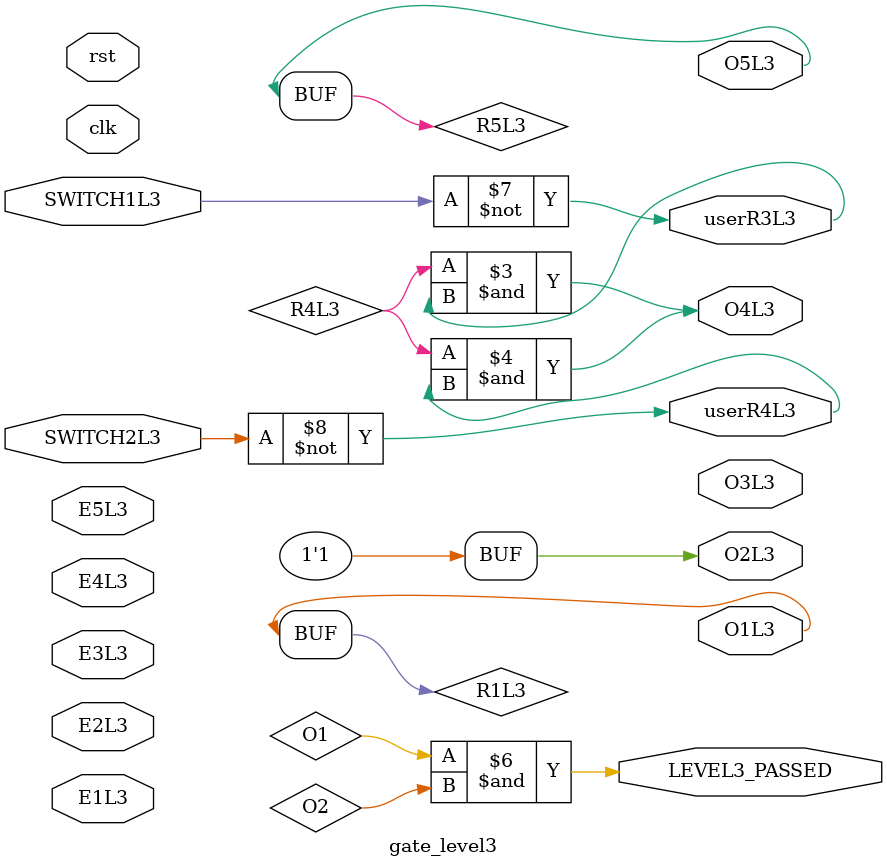
<source format=v>
module lfsr_5bit (
    input clk,    // Clock input
    input rst,    // Reset input
    output reg [4:0] lfsr_out  // 5-bit output
);

    wire feedback;

    // Feedback is taken from bits 5 and 3 (tap positions 4 and 2 in Verilog, 0-indexed)
    assign feedback = ~(lfsr_out[4] ^ lfsr_out[2]); 

    always @(posedge clk or posedge rst) begin
        if (rst) begin
            // On reset, set LFSR to a non-zero seed value
            lfsr_out <= 5'b00001;
        end else begin
            // Shift the LFSR and insert the feedback bit at position 4
            lfsr_out <= {lfsr_out[3:0], feedback};
        end
    end

endmodule

module level1(
    input wire R1, R2, R3, R4, R5,       //R : Random Input bits
    input wire E1, E2, E3, E4, E5,       //E : Expected Output bits
    output wire O1, O2, O3, O4, O5,      //O : Actual Output bits
    output wire LEVEL1_PASSED            //Equals to one if Level 1 is passed
);

    wire notE5, x2, R2S0, R2I0, R2I1, R2E, MUXR2, x3, R3S0, R3I0, R3I1, R3E, MUXR3, x4, R4S0, R4I0, R4I1, R4E, MUXR4;

    // Not gate for E5
    assign notE5 = ~E5;

    assign E1=1;
    assign E2=1;
    assign E3=1;
    assign E4=1;
    assign E5=0;

    // Output O1 is directly R1
    assign O1 = R1;

    // Logic for R2
    assign x2 = R2 & (~(R1 ^ E1));
    assign R2S0 = x2 ^ E2;
    assign R2I0 = x2; 
    assign R2I1 = E2;
    assign R2E = ~(R1 ^ E1);
    assign MUXR2 = R2E ? (R2S0 ? R2I1 : R2I0) : 1'b0; //Checking the R2 and  correcting it, if it's wrong
    // assign O2 = MUXR2; //R2 after correction
    assign O2 = 1'b1;

    // Logic for R3
    assign x3 = R3 & MUXR2;
    assign R3S0 = x3 ^ E3;
    assign R3I0 = x3;
    assign R3I1 = E3;
    assign R3E = MUXR2;
    assign MUXR3 = R3E ? (R3S0 ? R3I1 : R3I0) : 1'b0; //Checking the R3 and  correcting it, if it's wrong
    //assign O3 = MUXR3; //R3 after correction
    assign O3 = 1'b1;

    // Logic for R4
    assign x4 = R4 & MUXR3;
    assign R4S0 = x4 ^ E4;
    assign R4I0 = x4;
    assign R4I1 = E4;
    assign R4E = MUXR3;
    assign MUXR4 = R4E ? (R4S0 ? R4I1 : R4I0) : 1'b0; //Checking the R4 and  correcting it, if it's wrong
    assign O4 = 1'b1; //R4 after correction

    // Output O5 is directly R5
    //Since R5 is non-essential subsystem
    assign O5 = R5;

    // Passing condition for Level 1 :
    //All crucial subsystems(O1,O2,O3,O4) should be working
    //assign LEVEL1_PASSED = O1 & O2 & O3 & O4; 
    assign LEVEL1_PASSED = R1&1;

endmodule
module gate_level1(
    input wire R1, R2, R3, R4, R5,       //R : Random Input bits
    input wire E1, E2, E3, E4, E5,       //E : Expected Output bits
    output wire O1, O2, O3, O4, O5,      //O : Actual Output bits
    output wire LEVEL1_PASSED            //Equals to one if Level 1 is passed
);

    and(O1,R1,1'b1);
    or(O2,R2,1'b1);
    or(O3,R3,1'b1);
    or(O4,R4,1'b1);
    and(O5,R5,1'b1);
    and(LEVEL1_PASSED,O1,O2,O3,O4);

endmodule
module level2(
    input wire clk,          // Clock input
    input wire rst,          // Reset input
    input wire E1L2, E2L2, E3L2, E4L2, E5L2, // E: Expected Output bits
    input wire SWITCH1L2,    // Switch input for controlling R4L2
    output wire O1L2, O2L2, O3L2, O4L2, O5L2, // O: Actual Output bits
    output wire LEVEL2_PASSED, // Equals 1 if Level 2 is passed
    output wire userR4L2     // Output for turning on/off subsystem R4
);

    wire [4:0] lfsr_out;    // Output from the LFSR
    wire R1L2, R2L2, R3L2, R4L2, R5L2; // Random input bits taken from LFSR output

    // Instantiate the LFSR module
    lfsr_5bit lfsr_inst (
        .clk(clk),
        .rst(rst),
        .lfsr_out(lfsr_out)
    );

    // Assign LFSR outputs to the random input bits R1L2 to R5L2
    assign R1L2 = lfsr_out[0];
    assign R2L2 = lfsr_out[1];
    assign R3L2 = lfsr_out[2];
    assign R4L2 = lfsr_out[3];
    assign R5L2 = lfsr_out[4];

    wire notE5, x2, R2S0, R2I0, R2I1, R2E, MUXR2, x3, R3S0, R3I0, R3I1, R3E, MUXR3, x4, R4S0, R4I0, R4I1, R4E, MUXR4;

    // Not gate for E5L2
    assign notE5 = ~E5L2;

    assign E2L2=1;
    assign E1L2=1;
    assign E3L2=1;
    assign E4L2=0;
    assign E5L2=0;

    // Output O1L2 is directly R1L2
    assign O1L2 = R1L2;

    // Logic for R2L2
    assign x2 = R2L2 & (~(R1L2 ^ E1L2));
    assign R2S0 = x2 ^ E2L2;
    assign R2I0 = x2; // Correcting the undefined x1
    assign R2I1 = E2L2;
    assign R2E = ~(R1L2 ^ E1L2);
    assign MUXR2 = R2E ? (R2S0 ? R2I1 : R2I0) : 1'b0;   //Checking the R2L2 and  correcting it, if it's wrong
    //assign O2L2 = MUXR2;  //R2L2 after correction
    assign O2L2 = 1'b1;

    // Logic for R3L2
    assign x3 = R3L2 & MUXR2;
    assign R3S0 = x3 ^ E3L2;
    assign R3I0 = x3;
    assign R3I1 = E3L2;
    assign R3E = MUXR2;
    assign MUXR3 = R3E ? (R3S0 ? R3I1 : R3I0) : 1'b0;  //Checking the R3 and  correcting it, if it's wrong
    //assign O3L2 = MUXR3;  //R3L2 after correction
    assign O3L2 = 1'b1;

    // Logic for R4L2
    assign x4 = R4L2 & MUXR3;
    assign R4S0 = x4 ^ E4L2;
    assign R4I0 = x4;
    assign R4I1 = E4L2;
    assign R4E = SWITCH1L2;
    assign MUXR4 = R4E ? (R4S0 ? R4I1 : R4I0) : 1'b0;  //Checking the R4 and correcting it, if it's wrong
    //assign O4L2 = MUXR4;  //R4L2 after correction

    // Output O5L2 is directly R5L2
    assign O5L2 = R5L2;

    // Condition for R4L2 if the user wants to switch the subsystem off
    assign userR4L2 = (SWITCH1L2) ? 1 : 0;
    assign O4L2 = (userR4L2) ? 0 : R4L2;
    // Passing condition for Level 2:
    // All crucial subsystems (O1L2, O2L2, O3L2) should be working
    //assign LEVEL2_PASSED = O1L2 & O2L2 & O3L2;
    assign LEVEL2_PASSED = R1L2&1;

endmodule

module gate_level2(
    input wire clk,          // Clock input
    input wire rst,          // Reset input
    input wire E1L2, E2L2, E3L2, E4L2, E5L2, // E: Expected Output bits
    input wire SWITCH1L2,    // Switch input for controlling R4L2
    output wire O1L2, O2L2, O3L2, O4L2, O5L2, // O: Actual Output bits
    output wire LEVEL2_PASSED, // Equals 1 if Level 2 is passed
    output wire userR4L2               //Equals to one if Level 1 is passed
);

    and(O1L2,1'b1,R1L2);
    or(O2L2,R2L2,1'b1);
    or(O3L2,R3L2,1'b1);
    not(userR4L2,SWITCH1L2);
    and(O4L2,R4L2,userR4L2);
    and(O5L2,1'b1,R5L2);
    and(LEVEL2_PASSED,O1,O2,O3);

endmodule
// Level 3 Module that uses LFSR outputs as input
module level3(
    input wire clk,          // Clock input
    input wire rst,          // Reset input
    input wire E1L3, E2L3, E3L3, E4L3, E5L3,  // E: Expected Output bits
    input wire SWITCH1L3,    // Switch input for controlling R4L3
    input wire SWITCH2L3,    // Switch input for controlling R3L3
    output wire O1L3, O2L3, O3L3, O4L3, O5L3, // O: Actual Output bits
    output wire LEVEL3_PASSED, // Equals 1 if Level 3 is passed
    output wire userR4L3,    // Output for turning on/off subsystem R4L3
    output wire userR3L3     // Output for turning on/off subsystem R3L3
);

    wire [4:0] lfsr_out;    // Output from the LFSR
    wire R1L3, R2L3, R3L3, R4L3, R5L3; // Random input bits taken from LFSR output

    // Instantiate the LFSR module
    lfsr_5bit lfsr_inst (
        .clk(clk),
        .rst(rst),
        .lfsr_out(lfsr_out)
    );

    // Assign LFSR outputs to the random input bits R1L3 to R5L3
    assign R1L3 = lfsr_out[0];
    assign R2L3 = lfsr_out[1];
    assign R3L3 = lfsr_out[2];
    assign R4L3 = lfsr_out[3];
    assign R5L3 = lfsr_out[4];

    wire notE5, x2, R2S0, R2I0, R2I1, R2E, MUXR2, x3, R3S0, R3I0, R3I1, R3E, MUXR3, x4, R4S0, R4I0, R4I1, R4E, MUXR4;

    // Not gate for E5L3
    assign notE5 = ~E5L3;

    assign E1L3=1;
    assign E2L3=1;
    assign E3L3=0;
    assign E4L3=0;
    assign E5L3=0;



    // Output O1L3 is directly R1L3
    assign O1L3 = R1L3;

    // Logic for R2L3
    assign x2 = R2L3 & (~(R1L3 ^ E1L3));
    assign R2S0 = x2 ^ E2L3;
    assign R2I0 = x2; // Correcting the undefined x1
    assign R2I1 = E2L3;
    assign R2E = ~(R1L3 ^ E1L3);
    assign MUXR2 = R2E ? (R2S0 ? R2I1 : R2I0) : 1'b0;   //Checking the R2L3 and correcting it if it's wrong
    //assign O2L3 = MUXR2;     //R2L3 after correction
    assign O2L3 = 1'b1;
    // Logic for R3L3
    assign x3 = R3L3 & MUXR2;
    assign R3S0 = x3 ^ E3L3;
    assign R3I0 = x3;
    assign R3I1 = E3L3;
    assign R3E = SWITCH2L3;
    assign MUXR3 = R3E ? (R3S0 ? R3I1 : R3I0) : 1'b0;   //Checking the R3L3 and correcting it if it's wrong  
    //assign O3L3 = MUXR3;    //R3L3 after correction

    // Logic for R4L3
    assign x4 = R4L3 & MUXR3;
    assign R4S0 = x4 ^ E4L3;
    assign R4I0 = x4;
    assign R4I1 = E4L3;
    assign R4E = SWITCH1L3;
    assign MUXR4 = R4E ? (R4S0 ? R4I1 : R4I0) : 1'b0;   //Checking the R4L3 and correcting it if it's wrong
    //assign O4L3 = MUXR4;  //R4L3 after correction

    // Output O5L3 is directly R5L3
    assign O5L3 = R5L3;

    // Conditions for switching subsystems R3L3 and R4L3 off
    assign userR3L3 = (SWITCH1L3) ? 1 : 0;
    assign userR4L3 = (SWITCH2L3) ? 1 : 0;
    assign O3L3 = (userR3L3) ? 0 : R3L3;
    assign O4L3 = (userR4L3) ? 0 : R4L3;

    // Passing condition for Level 3:
    // All crucial subsystems (O1L3, O2L3) should be working
    // assign LEVEL3_PASSED = O1L3 & O2L3;
    assign LEVEL3_PASSED = R1L3&1;
endmodule

module gate_level3(
    input wire clk,          // Clock input
    input wire rst,          // Reset input
    input wire E1L3, E2L3, E3L3, E4L3, E5L3,  // E: Expected Output bits
    input wire SWITCH1L3,    // Switch input for controlling R4L3
    input wire SWITCH2L3,    // Switch input for controlling R3L3
    output wire O1L3, O2L3, O3L3, O4L3, O5L3, // O: Actual Output bits
    output wire LEVEL3_PASSED, // Equals 1 if Level 3 is passed
    output wire userR4L3,    // Output for turning on/off subsystem R4L3
    output wire userR3L3              //Equals to one if Level 1 is passed
);

    and(O1L3,1'b1,R1L3);
    or(O2L3,R2L3,1'b1);
    not(userR3L3,SWITCH1L3);
    and(O4L3,R4L3,userR3L3);
    not(userR4L3,SWITCH2L3);
    and(O4L3,R4L3,userR4L3);
    and(O5L3,1'b1,R5L3);
    and(LEVEL3_PASSED,O1,O2);

endmodule
</source>
